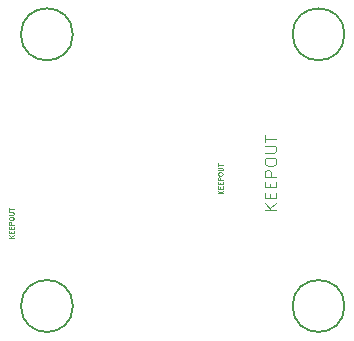
<source format=gbr>
%TF.GenerationSoftware,KiCad,Pcbnew,8.0.4*%
%TF.CreationDate,2024-12-05T11:14:02-05:00*%
%TF.ProjectId,IMpack,494d7061-636b-42e6-9b69-6361645f7063,rev?*%
%TF.SameCoordinates,Original*%
%TF.FileFunction,Other,Comment*%
%FSLAX46Y46*%
G04 Gerber Fmt 4.6, Leading zero omitted, Abs format (unit mm)*
G04 Created by KiCad (PCBNEW 8.0.4) date 2024-12-05 11:14:02*
%MOMM*%
%LPD*%
G01*
G04 APERTURE LIST*
%ADD10C,0.070000*%
%ADD11C,0.060000*%
%ADD12C,0.100000*%
%ADD13C,0.150000*%
G04 APERTURE END LIST*
D10*
X85681407Y-105738095D02*
X85281407Y-105738095D01*
X85681407Y-105509524D02*
X85452836Y-105680953D01*
X85281407Y-105509524D02*
X85509979Y-105738095D01*
X85471883Y-105338095D02*
X85471883Y-105204762D01*
X85681407Y-105147619D02*
X85681407Y-105338095D01*
X85681407Y-105338095D02*
X85281407Y-105338095D01*
X85281407Y-105338095D02*
X85281407Y-105147619D01*
X85471883Y-104976190D02*
X85471883Y-104842857D01*
X85681407Y-104785714D02*
X85681407Y-104976190D01*
X85681407Y-104976190D02*
X85281407Y-104976190D01*
X85281407Y-104976190D02*
X85281407Y-104785714D01*
X85681407Y-104614285D02*
X85281407Y-104614285D01*
X85281407Y-104614285D02*
X85281407Y-104461904D01*
X85281407Y-104461904D02*
X85300455Y-104423809D01*
X85300455Y-104423809D02*
X85319502Y-104404762D01*
X85319502Y-104404762D02*
X85357598Y-104385714D01*
X85357598Y-104385714D02*
X85414740Y-104385714D01*
X85414740Y-104385714D02*
X85452836Y-104404762D01*
X85452836Y-104404762D02*
X85471883Y-104423809D01*
X85471883Y-104423809D02*
X85490931Y-104461904D01*
X85490931Y-104461904D02*
X85490931Y-104614285D01*
X85281407Y-104138095D02*
X85281407Y-104061904D01*
X85281407Y-104061904D02*
X85300455Y-104023809D01*
X85300455Y-104023809D02*
X85338550Y-103985714D01*
X85338550Y-103985714D02*
X85414740Y-103966666D01*
X85414740Y-103966666D02*
X85548074Y-103966666D01*
X85548074Y-103966666D02*
X85624264Y-103985714D01*
X85624264Y-103985714D02*
X85662360Y-104023809D01*
X85662360Y-104023809D02*
X85681407Y-104061904D01*
X85681407Y-104061904D02*
X85681407Y-104138095D01*
X85681407Y-104138095D02*
X85662360Y-104176190D01*
X85662360Y-104176190D02*
X85624264Y-104214285D01*
X85624264Y-104214285D02*
X85548074Y-104233333D01*
X85548074Y-104233333D02*
X85414740Y-104233333D01*
X85414740Y-104233333D02*
X85338550Y-104214285D01*
X85338550Y-104214285D02*
X85300455Y-104176190D01*
X85300455Y-104176190D02*
X85281407Y-104138095D01*
X85281407Y-103795237D02*
X85605217Y-103795237D01*
X85605217Y-103795237D02*
X85643312Y-103776190D01*
X85643312Y-103776190D02*
X85662360Y-103757142D01*
X85662360Y-103757142D02*
X85681407Y-103719047D01*
X85681407Y-103719047D02*
X85681407Y-103642856D01*
X85681407Y-103642856D02*
X85662360Y-103604761D01*
X85662360Y-103604761D02*
X85643312Y-103585714D01*
X85643312Y-103585714D02*
X85605217Y-103566666D01*
X85605217Y-103566666D02*
X85281407Y-103566666D01*
X85281407Y-103433332D02*
X85281407Y-103204761D01*
X85681407Y-103319047D02*
X85281407Y-103319047D01*
D11*
X103381927Y-101963095D02*
X102981927Y-101963095D01*
X103381927Y-101734524D02*
X103153356Y-101905953D01*
X102981927Y-101734524D02*
X103210499Y-101963095D01*
X103172403Y-101563095D02*
X103172403Y-101429762D01*
X103381927Y-101372619D02*
X103381927Y-101563095D01*
X103381927Y-101563095D02*
X102981927Y-101563095D01*
X102981927Y-101563095D02*
X102981927Y-101372619D01*
X103172403Y-101201190D02*
X103172403Y-101067857D01*
X103381927Y-101010714D02*
X103381927Y-101201190D01*
X103381927Y-101201190D02*
X102981927Y-101201190D01*
X102981927Y-101201190D02*
X102981927Y-101010714D01*
X103381927Y-100839285D02*
X102981927Y-100839285D01*
X102981927Y-100839285D02*
X102981927Y-100686904D01*
X102981927Y-100686904D02*
X103000975Y-100648809D01*
X103000975Y-100648809D02*
X103020022Y-100629762D01*
X103020022Y-100629762D02*
X103058118Y-100610714D01*
X103058118Y-100610714D02*
X103115260Y-100610714D01*
X103115260Y-100610714D02*
X103153356Y-100629762D01*
X103153356Y-100629762D02*
X103172403Y-100648809D01*
X103172403Y-100648809D02*
X103191451Y-100686904D01*
X103191451Y-100686904D02*
X103191451Y-100839285D01*
X102981927Y-100363095D02*
X102981927Y-100286904D01*
X102981927Y-100286904D02*
X103000975Y-100248809D01*
X103000975Y-100248809D02*
X103039070Y-100210714D01*
X103039070Y-100210714D02*
X103115260Y-100191666D01*
X103115260Y-100191666D02*
X103248594Y-100191666D01*
X103248594Y-100191666D02*
X103324784Y-100210714D01*
X103324784Y-100210714D02*
X103362880Y-100248809D01*
X103362880Y-100248809D02*
X103381927Y-100286904D01*
X103381927Y-100286904D02*
X103381927Y-100363095D01*
X103381927Y-100363095D02*
X103362880Y-100401190D01*
X103362880Y-100401190D02*
X103324784Y-100439285D01*
X103324784Y-100439285D02*
X103248594Y-100458333D01*
X103248594Y-100458333D02*
X103115260Y-100458333D01*
X103115260Y-100458333D02*
X103039070Y-100439285D01*
X103039070Y-100439285D02*
X103000975Y-100401190D01*
X103000975Y-100401190D02*
X102981927Y-100363095D01*
X102981927Y-100020237D02*
X103305737Y-100020237D01*
X103305737Y-100020237D02*
X103343832Y-100001190D01*
X103343832Y-100001190D02*
X103362880Y-99982142D01*
X103362880Y-99982142D02*
X103381927Y-99944047D01*
X103381927Y-99944047D02*
X103381927Y-99867856D01*
X103381927Y-99867856D02*
X103362880Y-99829761D01*
X103362880Y-99829761D02*
X103343832Y-99810714D01*
X103343832Y-99810714D02*
X103305737Y-99791666D01*
X103305737Y-99791666D02*
X102981927Y-99791666D01*
X102981927Y-99658332D02*
X102981927Y-99429761D01*
X103381927Y-99544047D02*
X102981927Y-99544047D01*
D12*
X107932419Y-103370237D02*
X106932419Y-103370237D01*
X107932419Y-102798809D02*
X107360990Y-103227380D01*
X106932419Y-102798809D02*
X107503847Y-103370237D01*
X107408609Y-102370237D02*
X107408609Y-102036904D01*
X107932419Y-101894047D02*
X107932419Y-102370237D01*
X107932419Y-102370237D02*
X106932419Y-102370237D01*
X106932419Y-102370237D02*
X106932419Y-101894047D01*
X107408609Y-101465475D02*
X107408609Y-101132142D01*
X107932419Y-100989285D02*
X107932419Y-101465475D01*
X107932419Y-101465475D02*
X106932419Y-101465475D01*
X106932419Y-101465475D02*
X106932419Y-100989285D01*
X107932419Y-100560713D02*
X106932419Y-100560713D01*
X106932419Y-100560713D02*
X106932419Y-100179761D01*
X106932419Y-100179761D02*
X106980038Y-100084523D01*
X106980038Y-100084523D02*
X107027657Y-100036904D01*
X107027657Y-100036904D02*
X107122895Y-99989285D01*
X107122895Y-99989285D02*
X107265752Y-99989285D01*
X107265752Y-99989285D02*
X107360990Y-100036904D01*
X107360990Y-100036904D02*
X107408609Y-100084523D01*
X107408609Y-100084523D02*
X107456228Y-100179761D01*
X107456228Y-100179761D02*
X107456228Y-100560713D01*
X106932419Y-99370237D02*
X106932419Y-99179761D01*
X106932419Y-99179761D02*
X106980038Y-99084523D01*
X106980038Y-99084523D02*
X107075276Y-98989285D01*
X107075276Y-98989285D02*
X107265752Y-98941666D01*
X107265752Y-98941666D02*
X107599085Y-98941666D01*
X107599085Y-98941666D02*
X107789561Y-98989285D01*
X107789561Y-98989285D02*
X107884800Y-99084523D01*
X107884800Y-99084523D02*
X107932419Y-99179761D01*
X107932419Y-99179761D02*
X107932419Y-99370237D01*
X107932419Y-99370237D02*
X107884800Y-99465475D01*
X107884800Y-99465475D02*
X107789561Y-99560713D01*
X107789561Y-99560713D02*
X107599085Y-99608332D01*
X107599085Y-99608332D02*
X107265752Y-99608332D01*
X107265752Y-99608332D02*
X107075276Y-99560713D01*
X107075276Y-99560713D02*
X106980038Y-99465475D01*
X106980038Y-99465475D02*
X106932419Y-99370237D01*
X106932419Y-98513094D02*
X107741942Y-98513094D01*
X107741942Y-98513094D02*
X107837180Y-98465475D01*
X107837180Y-98465475D02*
X107884800Y-98417856D01*
X107884800Y-98417856D02*
X107932419Y-98322618D01*
X107932419Y-98322618D02*
X107932419Y-98132142D01*
X107932419Y-98132142D02*
X107884800Y-98036904D01*
X107884800Y-98036904D02*
X107837180Y-97989285D01*
X107837180Y-97989285D02*
X107741942Y-97941666D01*
X107741942Y-97941666D02*
X106932419Y-97941666D01*
X106932419Y-97608332D02*
X106932419Y-97036904D01*
X107932419Y-97322618D02*
X106932419Y-97322618D01*
D13*
%TO.C,H703*%
X90700000Y-88500000D02*
G75*
G02*
X86300000Y-88500000I-2200000J0D01*
G01*
X86300000Y-88500000D02*
G75*
G02*
X90700000Y-88500000I2200000J0D01*
G01*
%TO.C,H702*%
X113700000Y-88500000D02*
G75*
G02*
X109300000Y-88500000I-2200000J0D01*
G01*
X109300000Y-88500000D02*
G75*
G02*
X113700000Y-88500000I2200000J0D01*
G01*
%TO.C,H701*%
X113700000Y-111500000D02*
G75*
G02*
X109300000Y-111500000I-2200000J0D01*
G01*
X109300000Y-111500000D02*
G75*
G02*
X113700000Y-111500000I2200000J0D01*
G01*
%TO.C,H704*%
X90700000Y-111500000D02*
G75*
G02*
X86300000Y-111500000I-2200000J0D01*
G01*
X86300000Y-111500000D02*
G75*
G02*
X90700000Y-111500000I2200000J0D01*
G01*
%TD*%
M02*

</source>
